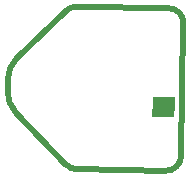
<source format=gbr>
*
G4_C Author: OrCAD GerbTool(tm) 8.1.1 Wed Jun 18 22:44:34 2003*
%LPD*%
%LNstifftop*%
%FSLAX34Y34*%
%MOIN*%
%AD*%
%AMD26R89*
20,1,0.027000,0.000000,-0.036000,0.000000,0.036000,89.000000*
%
%AMD12R359*
20,1,0.027000,0.035990,-0.000630,-0.035990,0.000630,359.000000*
%
%AMD13R1*
20,1,0.027000,0.035970,-0.001260,-0.035970,0.001260,1.000000*
%
%ADD10C,0.010000*%
%ADD11C,0.020000*%
%ADD12D26R89*%
%ADD13D12R359*%
%ADD14D13R1*%
%ADD26R,0.027000X0.072000*%
G4_C OrCAD GerbTool Tool List *
G54D11*
G1X93815Y17742D2*
G75*
G3X93323Y18251I-500J9D1*
G74*
G1X90256Y18304D1*
G75*
G3X89900Y18165I-9J-500D1*
G74*
G1X89906Y13036D2*
G75*
G3X90256Y12884I360J348D1*
G74*
G1X93229Y12832D1*
G1X93738Y13323D2*
G1X93815Y17742D1*
G1X93229Y12832D2*
G75*
G3X93738Y13323I9J500D1*
G74*
G1X89906Y13036D2*
G1X88233Y14768D1*
G75*
G2X87952Y15480I719J695D1*
G74*
G1X87959Y15883D1*
G1X88265Y16585D2*
G1X89900Y18165D1*
G1X87959Y15883D2*
G75*
G2X88265Y16585I1000J-17D1*
G74*
G54D14*
G1X93157Y15152D3*
G1X93154Y14952D3*
G1X93150Y14754D3*
M2*

</source>
